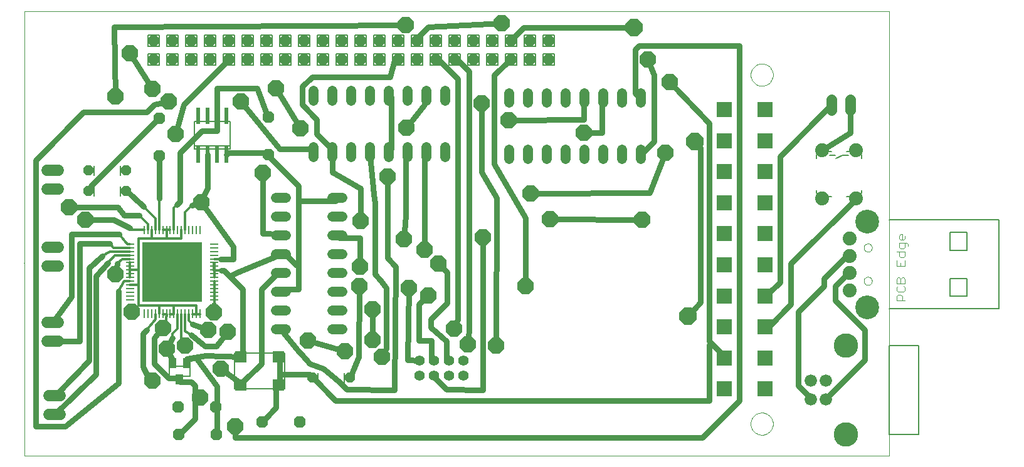
<source format=gtl>
G75*
G70*
%OFA0B0*%
%FSLAX24Y24*%
%IPPOS*%
%LPD*%
%AMOC8*
5,1,8,0,0,1.08239X$1,22.5*
%
%ADD10C,0.0000*%
%ADD11R,0.0000X0.0000*%
%ADD12C,0.0520*%
%ADD13R,0.0394X0.0098*%
%ADD14R,0.0098X0.0394*%
%ADD15R,0.0396X0.0067*%
%ADD16R,0.0067X0.0396*%
%ADD17R,0.0787X0.0787*%
%ADD18OC8,0.0630*%
%ADD19R,0.0827X0.0827*%
%ADD20OC8,0.0520*%
%ADD21C,0.0200*%
%ADD22C,0.0060*%
%ADD23R,0.0100X0.0200*%
%ADD24C,0.0600*%
%ADD25R,0.0200X0.0200*%
%ADD26R,0.0630X0.0591*%
%ADD27C,0.0080*%
%ADD28R,0.0394X0.0551*%
%ADD29R,0.0180X0.0230*%
%ADD30C,0.0560*%
%ADD31R,0.0240X0.0240*%
%ADD32OC8,0.0594*%
%ADD33R,0.0236X0.0866*%
%ADD34R,0.0193X0.0433*%
%ADD35C,0.0554*%
%ADD36R,0.0197X0.0197*%
%ADD37C,0.0660*%
%ADD38C,0.1300*%
%ADD39C,0.0740*%
%ADD40C,0.1266*%
%ADD41C,0.0040*%
%ADD42C,0.0118*%
%ADD43C,0.0295*%
%ADD44OC8,0.0866*%
%ADD45OC8,0.0906*%
D10*
X000101Y000282D02*
X000101Y023956D01*
X046071Y023956D01*
X046071Y000282D01*
X000101Y000282D01*
X038711Y001991D02*
X038713Y002039D01*
X038719Y002087D01*
X038729Y002134D01*
X038742Y002180D01*
X038760Y002225D01*
X038780Y002269D01*
X038805Y002311D01*
X038833Y002350D01*
X038863Y002387D01*
X038897Y002421D01*
X038934Y002453D01*
X038972Y002482D01*
X039013Y002507D01*
X039056Y002529D01*
X039101Y002547D01*
X039147Y002561D01*
X039194Y002572D01*
X039242Y002579D01*
X039290Y002582D01*
X039338Y002581D01*
X039386Y002576D01*
X039434Y002567D01*
X039480Y002555D01*
X039525Y002538D01*
X039569Y002518D01*
X039611Y002495D01*
X039651Y002468D01*
X039689Y002438D01*
X039724Y002405D01*
X039756Y002369D01*
X039786Y002331D01*
X039812Y002290D01*
X039834Y002247D01*
X039854Y002203D01*
X039869Y002158D01*
X039881Y002111D01*
X039889Y002063D01*
X039893Y002015D01*
X039893Y001967D01*
X039889Y001919D01*
X039881Y001871D01*
X039869Y001824D01*
X039854Y001779D01*
X039834Y001735D01*
X039812Y001692D01*
X039786Y001651D01*
X039756Y001613D01*
X039724Y001577D01*
X039689Y001544D01*
X039651Y001514D01*
X039611Y001487D01*
X039569Y001464D01*
X039525Y001444D01*
X039480Y001427D01*
X039434Y001415D01*
X039386Y001406D01*
X039338Y001401D01*
X039290Y001400D01*
X039242Y001403D01*
X039194Y001410D01*
X039147Y001421D01*
X039101Y001435D01*
X039056Y001453D01*
X039013Y001475D01*
X038972Y001500D01*
X038934Y001529D01*
X038897Y001561D01*
X038863Y001595D01*
X038833Y001632D01*
X038805Y001671D01*
X038780Y001713D01*
X038760Y001757D01*
X038742Y001802D01*
X038729Y001848D01*
X038719Y001895D01*
X038713Y001943D01*
X038711Y001991D01*
X044723Y009596D02*
X044725Y009625D01*
X044731Y009653D01*
X044740Y009681D01*
X044753Y009707D01*
X044770Y009730D01*
X044789Y009752D01*
X044811Y009771D01*
X044836Y009786D01*
X044862Y009799D01*
X044890Y009807D01*
X044918Y009812D01*
X044947Y009813D01*
X044976Y009810D01*
X045004Y009803D01*
X045031Y009793D01*
X045057Y009779D01*
X045080Y009762D01*
X045101Y009742D01*
X045119Y009719D01*
X045134Y009694D01*
X045145Y009667D01*
X045153Y009639D01*
X045157Y009610D01*
X045157Y009582D01*
X045153Y009553D01*
X045145Y009525D01*
X045134Y009498D01*
X045119Y009473D01*
X045101Y009450D01*
X045080Y009430D01*
X045057Y009413D01*
X045031Y009399D01*
X045004Y009389D01*
X044976Y009382D01*
X044947Y009379D01*
X044918Y009380D01*
X044890Y009385D01*
X044862Y009393D01*
X044836Y009406D01*
X044811Y009421D01*
X044789Y009440D01*
X044770Y009462D01*
X044753Y009485D01*
X044740Y009511D01*
X044731Y009539D01*
X044725Y009567D01*
X044723Y009596D01*
X044723Y011368D02*
X044725Y011397D01*
X044731Y011425D01*
X044740Y011453D01*
X044753Y011479D01*
X044770Y011502D01*
X044789Y011524D01*
X044811Y011543D01*
X044836Y011558D01*
X044862Y011571D01*
X044890Y011579D01*
X044918Y011584D01*
X044947Y011585D01*
X044976Y011582D01*
X045004Y011575D01*
X045031Y011565D01*
X045057Y011551D01*
X045080Y011534D01*
X045101Y011514D01*
X045119Y011491D01*
X045134Y011466D01*
X045145Y011439D01*
X045153Y011411D01*
X045157Y011382D01*
X045157Y011354D01*
X045153Y011325D01*
X045145Y011297D01*
X045134Y011270D01*
X045119Y011245D01*
X045101Y011222D01*
X045080Y011202D01*
X045057Y011185D01*
X045031Y011171D01*
X045004Y011161D01*
X044976Y011154D01*
X044947Y011151D01*
X044918Y011152D01*
X044890Y011157D01*
X044862Y011165D01*
X044836Y011178D01*
X044811Y011193D01*
X044789Y011212D01*
X044770Y011234D01*
X044753Y011257D01*
X044740Y011283D01*
X044731Y011311D01*
X044725Y011339D01*
X044723Y011368D01*
X038711Y020574D02*
X038713Y020622D01*
X038719Y020670D01*
X038729Y020717D01*
X038742Y020763D01*
X038760Y020808D01*
X038780Y020852D01*
X038805Y020894D01*
X038833Y020933D01*
X038863Y020970D01*
X038897Y021004D01*
X038934Y021036D01*
X038972Y021065D01*
X039013Y021090D01*
X039056Y021112D01*
X039101Y021130D01*
X039147Y021144D01*
X039194Y021155D01*
X039242Y021162D01*
X039290Y021165D01*
X039338Y021164D01*
X039386Y021159D01*
X039434Y021150D01*
X039480Y021138D01*
X039525Y021121D01*
X039569Y021101D01*
X039611Y021078D01*
X039651Y021051D01*
X039689Y021021D01*
X039724Y020988D01*
X039756Y020952D01*
X039786Y020914D01*
X039812Y020873D01*
X039834Y020830D01*
X039854Y020786D01*
X039869Y020741D01*
X039881Y020694D01*
X039889Y020646D01*
X039893Y020598D01*
X039893Y020550D01*
X039889Y020502D01*
X039881Y020454D01*
X039869Y020407D01*
X039854Y020362D01*
X039834Y020318D01*
X039812Y020275D01*
X039786Y020234D01*
X039756Y020196D01*
X039724Y020160D01*
X039689Y020127D01*
X039651Y020097D01*
X039611Y020070D01*
X039569Y020047D01*
X039525Y020027D01*
X039480Y020010D01*
X039434Y019998D01*
X039386Y019989D01*
X039338Y019984D01*
X039290Y019983D01*
X039242Y019986D01*
X039194Y019993D01*
X039147Y020004D01*
X039101Y020018D01*
X039056Y020036D01*
X039013Y020058D01*
X038972Y020083D01*
X038934Y020112D01*
X038897Y020144D01*
X038863Y020178D01*
X038833Y020215D01*
X038805Y020254D01*
X038780Y020296D01*
X038760Y020340D01*
X038742Y020385D01*
X038729Y020431D01*
X038719Y020478D01*
X038713Y020526D01*
X038711Y020574D01*
D11*
X000101Y010518D03*
D12*
X013471Y011015D02*
X013991Y011015D01*
X013991Y010015D02*
X013471Y010015D01*
X013471Y009015D02*
X013991Y009015D01*
X013991Y008015D02*
X013471Y008015D01*
X013471Y007015D02*
X013991Y007015D01*
X016471Y007015D02*
X016991Y007015D01*
X016991Y008015D02*
X016471Y008015D01*
X016471Y009015D02*
X016991Y009015D01*
X016991Y010015D02*
X016471Y010015D01*
X016471Y011015D02*
X016991Y011015D01*
X016991Y012015D02*
X016471Y012015D01*
X016471Y013015D02*
X016991Y013015D01*
X016991Y014015D02*
X016471Y014015D01*
X013991Y014015D02*
X013471Y014015D01*
X013471Y013015D02*
X013991Y013015D01*
X013991Y012015D02*
X013471Y012015D01*
X015470Y016203D02*
X015470Y016723D01*
X016470Y016723D02*
X016470Y016203D01*
X017470Y016203D02*
X017470Y016723D01*
X018470Y016723D02*
X018470Y016203D01*
X019470Y016203D02*
X019470Y016723D01*
X020470Y016723D02*
X020470Y016203D01*
X021470Y016203D02*
X021470Y016723D01*
X022470Y016723D02*
X022470Y016203D01*
X025855Y016075D02*
X025855Y016595D01*
X026855Y016595D02*
X026855Y016075D01*
X027855Y016075D02*
X027855Y016595D01*
X028855Y016595D02*
X028855Y016075D01*
X029855Y016075D02*
X029855Y016595D01*
X030855Y016595D02*
X030855Y016075D01*
X031855Y016075D02*
X031855Y016595D01*
X032855Y016595D02*
X032855Y016075D01*
X032855Y019075D02*
X032855Y019595D01*
X031855Y019595D02*
X031855Y019075D01*
X030855Y019075D02*
X030855Y019595D01*
X029855Y019595D02*
X029855Y019075D01*
X028855Y019075D02*
X028855Y019595D01*
X027855Y019595D02*
X027855Y019075D01*
X026855Y019075D02*
X026855Y019595D01*
X025855Y019595D02*
X025855Y019075D01*
X022470Y019203D02*
X022470Y019723D01*
X021470Y019723D02*
X021470Y019203D01*
X020470Y019203D02*
X020470Y019723D01*
X019470Y019723D02*
X019470Y019203D01*
X018470Y019203D02*
X018470Y019723D01*
X017470Y019723D02*
X017470Y019203D01*
X016470Y019203D02*
X016470Y019723D01*
X015470Y019723D02*
X015470Y019203D01*
D13*
X010195Y011559D03*
X010195Y011362D03*
X010195Y011165D03*
X010195Y010968D03*
X010195Y010771D03*
X010195Y010574D03*
X010195Y010377D03*
X010195Y010181D03*
X010195Y009984D03*
X010195Y009787D03*
X010195Y009590D03*
X010195Y009393D03*
X010195Y009196D03*
X010195Y009000D03*
X010195Y008803D03*
X010195Y008606D03*
X005707Y008606D03*
X005707Y008803D03*
X005707Y009000D03*
X005707Y009196D03*
X005707Y009393D03*
X005707Y009590D03*
X005707Y009787D03*
X005707Y009984D03*
X005707Y010181D03*
X005707Y010377D03*
X005707Y010574D03*
X005707Y010771D03*
X005707Y010968D03*
X005707Y011165D03*
X005707Y011362D03*
X005707Y011559D03*
D14*
X006474Y012326D03*
X006671Y012326D03*
X006868Y012326D03*
X007065Y012326D03*
X007262Y012326D03*
X007459Y012326D03*
X007656Y012326D03*
X007852Y012326D03*
X008049Y012326D03*
X008246Y012326D03*
X008443Y012326D03*
X008640Y012326D03*
X008837Y012326D03*
X009033Y012326D03*
X009230Y012326D03*
X009427Y012326D03*
X009427Y007838D03*
X009230Y007838D03*
X009033Y007838D03*
X008837Y007838D03*
X008640Y007838D03*
X008443Y007838D03*
X008246Y007838D03*
X008049Y007838D03*
X007852Y007838D03*
X007656Y007838D03*
X007459Y007838D03*
X007262Y007838D03*
X007065Y007838D03*
X006868Y007838D03*
X006671Y007838D03*
X006474Y007838D03*
D15*
X005747Y008606D03*
X005747Y008803D03*
X005747Y009000D03*
X005747Y009196D03*
X005747Y009393D03*
X005747Y009590D03*
X005747Y009787D03*
X005747Y009984D03*
X005747Y010181D03*
X005747Y010377D03*
X005747Y010574D03*
X005747Y010771D03*
X005747Y010968D03*
X005747Y011165D03*
X005747Y011362D03*
X005747Y011559D03*
X010155Y011559D03*
X010155Y011362D03*
X010155Y011165D03*
X010155Y010968D03*
X010155Y010771D03*
X010155Y010574D03*
X010155Y010377D03*
X010155Y010181D03*
X010155Y009984D03*
X010155Y009787D03*
X010155Y009590D03*
X010155Y009393D03*
X010155Y009196D03*
X010155Y009000D03*
X010155Y008803D03*
X010155Y008606D03*
D16*
X009427Y007878D03*
X009230Y007878D03*
X009033Y007878D03*
X008837Y007878D03*
X008640Y007878D03*
X008443Y007878D03*
X008246Y007878D03*
X008049Y007878D03*
X007852Y007878D03*
X007656Y007878D03*
X007459Y007878D03*
X007262Y007878D03*
X007065Y007878D03*
X006868Y007878D03*
X006671Y007878D03*
X006474Y007878D03*
X006474Y012286D03*
X006671Y012286D03*
X006868Y012286D03*
X007065Y012286D03*
X007262Y012286D03*
X007459Y012286D03*
X007656Y012286D03*
X007852Y012286D03*
X008049Y012286D03*
X008246Y012286D03*
X008443Y012286D03*
X008640Y012286D03*
X008837Y012286D03*
X009033Y012286D03*
X009230Y012286D03*
X009427Y012286D03*
D17*
X009132Y011263D03*
X008541Y011263D03*
X007951Y011263D03*
X007360Y011263D03*
X006770Y011263D03*
X006770Y010673D03*
X007360Y010673D03*
X007951Y010673D03*
X008541Y010673D03*
X009132Y010673D03*
X009132Y010082D03*
X008541Y010082D03*
X007951Y010082D03*
X007360Y010082D03*
X006770Y010082D03*
X006770Y009492D03*
X007360Y009492D03*
X007951Y009492D03*
X008541Y009492D03*
X009132Y009492D03*
X009132Y008901D03*
X008541Y008901D03*
X007951Y008901D03*
X007360Y008901D03*
X006770Y008901D03*
D18*
X008287Y002876D03*
X010287Y002876D03*
X012749Y002074D03*
X014749Y002074D03*
X010305Y001410D03*
X008305Y001410D03*
X007257Y016240D03*
X007257Y018240D03*
X013087Y018337D03*
X013087Y016337D03*
D19*
X037318Y017070D03*
X039483Y017070D03*
X039483Y015416D03*
X037318Y015416D03*
X037318Y013763D03*
X039483Y013763D03*
X039483Y012109D03*
X037318Y012109D03*
X037318Y010455D03*
X039483Y010455D03*
X039483Y008802D03*
X037318Y008802D03*
X037318Y007148D03*
X039483Y007148D03*
X039483Y005495D03*
X037318Y005495D03*
X037318Y003841D03*
X039483Y003841D03*
X039483Y018723D03*
X037318Y018723D03*
D20*
X017420Y004443D03*
X015420Y004443D03*
X005501Y014382D03*
X003501Y014382D03*
X003501Y015482D03*
X005501Y015482D03*
D21*
X005301Y015482D01*
X003701Y015482D02*
X003501Y015482D01*
X003501Y014382D02*
X003701Y014382D01*
X005301Y014382D02*
X005501Y014382D01*
X015420Y004443D02*
X015620Y004443D01*
X017220Y004443D02*
X017420Y004443D01*
D22*
X017120Y004193D02*
X017120Y004693D01*
X015720Y004693D02*
X015720Y004193D01*
X008914Y004537D02*
X007794Y004537D01*
X007794Y005057D01*
X008914Y005057D01*
X008914Y004537D01*
X005201Y014132D02*
X005201Y014632D01*
X003801Y014632D02*
X003801Y014132D01*
X003801Y015232D02*
X003801Y015732D01*
X005201Y015732D02*
X005201Y015232D01*
D23*
X005251Y015482D03*
X003751Y015482D03*
X003751Y014382D03*
X005251Y014382D03*
X015670Y004443D03*
X017170Y004443D03*
D24*
X002001Y003482D02*
X001401Y003482D01*
X001401Y002482D02*
X002001Y002482D01*
X001901Y006382D02*
X001301Y006382D01*
X001301Y007382D02*
X001901Y007382D01*
X001901Y010382D02*
X001301Y010382D01*
X001301Y011382D02*
X001901Y011382D01*
X001901Y014482D02*
X001301Y014482D01*
X001301Y015482D02*
X001901Y015482D01*
D25*
X001601Y015482D03*
X001601Y014482D03*
X001601Y011382D03*
X001601Y010382D03*
X001601Y007382D03*
X001601Y006382D03*
X001701Y003482D03*
X001701Y002482D03*
D26*
X011600Y004066D03*
X013608Y004066D03*
X013608Y005562D03*
X011600Y005562D03*
D27*
X011265Y005759D02*
X011265Y003869D01*
X013943Y003869D01*
X013943Y005759D01*
X011265Y005759D01*
X011035Y016607D02*
X009145Y016607D01*
X009145Y016803D01*
X011035Y016803D01*
X011035Y016607D01*
X011035Y016803D02*
X011035Y018103D01*
X009145Y018103D01*
X009145Y016803D01*
X009258Y021102D02*
X008667Y021102D01*
X008667Y021693D01*
X009258Y021693D01*
X009258Y021102D01*
X009667Y021102D02*
X009667Y021693D01*
X010258Y021693D01*
X010258Y021102D01*
X009667Y021102D01*
X010667Y021102D02*
X010667Y021693D01*
X011258Y021693D01*
X011258Y021102D01*
X010667Y021102D01*
X011667Y021102D02*
X011667Y021693D01*
X012258Y021693D01*
X012258Y021102D01*
X011667Y021102D01*
X012667Y021102D02*
X012667Y021693D01*
X013258Y021693D01*
X013258Y021102D01*
X012667Y021102D01*
X013667Y021102D02*
X013667Y021693D01*
X014258Y021693D01*
X014258Y021102D01*
X013667Y021102D01*
X014667Y021102D02*
X014667Y021693D01*
X015258Y021693D01*
X015258Y021102D01*
X014667Y021102D01*
X015667Y021102D02*
X015667Y021693D01*
X016258Y021693D01*
X016258Y021102D01*
X015667Y021102D01*
X016667Y021102D02*
X016667Y021693D01*
X017258Y021693D01*
X017258Y021102D01*
X016667Y021102D01*
X017667Y021102D02*
X017667Y021693D01*
X018258Y021693D01*
X018258Y021102D01*
X017667Y021102D01*
X018667Y021102D02*
X018667Y021693D01*
X019258Y021693D01*
X019258Y021102D01*
X018667Y021102D01*
X019667Y021102D02*
X019667Y021693D01*
X020258Y021693D01*
X020258Y021102D01*
X019667Y021102D01*
X020667Y021102D02*
X020667Y021693D01*
X021258Y021693D01*
X021258Y021102D01*
X020667Y021102D01*
X021667Y021102D02*
X021667Y021693D01*
X022258Y021693D01*
X022258Y021102D01*
X021667Y021102D01*
X022667Y021102D02*
X022667Y021693D01*
X023258Y021693D01*
X023258Y021102D01*
X022667Y021102D01*
X023667Y021102D02*
X023667Y021693D01*
X024258Y021693D01*
X024258Y021102D01*
X023667Y021102D01*
X024667Y021102D02*
X024667Y021693D01*
X025258Y021693D01*
X025258Y021102D01*
X024667Y021102D01*
X025667Y021102D02*
X025667Y021693D01*
X026258Y021693D01*
X026258Y021102D01*
X025667Y021102D01*
X026667Y021102D02*
X026667Y021693D01*
X027258Y021693D01*
X027258Y021102D01*
X026667Y021102D01*
X027667Y021102D02*
X027667Y021693D01*
X028258Y021693D01*
X028258Y021102D01*
X027667Y021102D01*
X027667Y022102D02*
X027667Y022693D01*
X028258Y022693D01*
X028258Y022102D01*
X027667Y022102D01*
X027258Y022102D02*
X027258Y022693D01*
X026667Y022693D01*
X026667Y022102D01*
X027258Y022102D01*
X026258Y022102D02*
X026258Y022693D01*
X025667Y022693D01*
X025667Y022102D01*
X026258Y022102D01*
X025258Y022102D02*
X025258Y022693D01*
X024667Y022693D01*
X024667Y022102D01*
X025258Y022102D01*
X024258Y022102D02*
X024258Y022693D01*
X023667Y022693D01*
X023667Y022102D01*
X024258Y022102D01*
X023258Y022102D02*
X023258Y022693D01*
X022667Y022693D01*
X022667Y022102D01*
X023258Y022102D01*
X022258Y022102D02*
X022258Y022693D01*
X021667Y022693D01*
X021667Y022102D01*
X022258Y022102D01*
X021258Y022102D02*
X021258Y022693D01*
X020667Y022693D01*
X020667Y022102D01*
X021258Y022102D01*
X020258Y022102D02*
X020258Y022693D01*
X019667Y022693D01*
X019667Y022102D01*
X020258Y022102D01*
X019258Y022102D02*
X019258Y022693D01*
X018667Y022693D01*
X018667Y022102D01*
X019258Y022102D01*
X018258Y022102D02*
X018258Y022693D01*
X017667Y022693D01*
X017667Y022102D01*
X018258Y022102D01*
X017258Y022102D02*
X017258Y022693D01*
X016667Y022693D01*
X016667Y022102D01*
X017258Y022102D01*
X016258Y022102D02*
X016258Y022693D01*
X015667Y022693D01*
X015667Y022102D01*
X016258Y022102D01*
X015258Y022102D02*
X015258Y022693D01*
X014667Y022693D01*
X014667Y022102D01*
X015258Y022102D01*
X014258Y022102D02*
X014258Y022693D01*
X013667Y022693D01*
X013667Y022102D01*
X014258Y022102D01*
X013258Y022102D02*
X013258Y022693D01*
X012667Y022693D01*
X012667Y022102D01*
X013258Y022102D01*
X012258Y022102D02*
X012258Y022693D01*
X011667Y022693D01*
X011667Y022102D01*
X012258Y022102D01*
X011258Y022102D02*
X011258Y022693D01*
X010667Y022693D01*
X010667Y022102D01*
X011258Y022102D01*
X010258Y022102D02*
X010258Y022693D01*
X009667Y022693D01*
X009667Y022102D01*
X010258Y022102D01*
X009258Y022102D02*
X009258Y022693D01*
X008667Y022693D01*
X008667Y022102D01*
X009258Y022102D01*
X008258Y022102D02*
X008258Y022693D01*
X007667Y022693D01*
X007667Y022102D01*
X008258Y022102D01*
X008258Y021693D02*
X007667Y021693D01*
X007667Y021102D01*
X008258Y021102D01*
X008258Y021693D01*
X007258Y021693D02*
X007258Y021102D01*
X006667Y021102D01*
X006667Y021693D01*
X007258Y021693D01*
X007258Y022102D02*
X006667Y022102D01*
X006667Y022693D01*
X007258Y022693D01*
X007258Y022102D01*
X042201Y016282D02*
X042201Y016132D01*
X042201Y016282D02*
X042401Y016482D01*
X043001Y016482D01*
X042901Y016282D02*
X043201Y016282D01*
X043251Y016132D02*
X043601Y016282D01*
X043901Y016282D01*
X043801Y016482D02*
X044401Y016482D01*
X044601Y016282D01*
X044601Y016132D01*
X044601Y014432D02*
X044601Y014282D01*
X044401Y014082D01*
X043801Y014082D01*
X043001Y014082D02*
X042401Y014082D01*
X042201Y014282D01*
X042201Y014432D01*
X046082Y012844D02*
X051909Y012844D01*
X051909Y008120D01*
X046082Y008120D01*
X049310Y008789D02*
X050216Y008789D01*
X050216Y009734D01*
X049310Y009734D01*
X049310Y008789D01*
X049310Y011230D02*
X050216Y011230D01*
X050216Y012175D01*
X049310Y012175D01*
X049310Y011230D01*
X047622Y006159D02*
X046087Y006159D01*
X046087Y001435D01*
X047622Y001435D01*
X047622Y006159D01*
D28*
X008728Y005230D03*
X007980Y005230D03*
X008354Y004364D03*
D29*
X008354Y004402D03*
X008724Y005192D03*
X007984Y005192D03*
D30*
X043001Y018702D02*
X043001Y019262D01*
X044001Y019262D02*
X044001Y018702D01*
D31*
X044001Y018982D03*
X043001Y018982D03*
D32*
X027965Y021400D03*
X026965Y021400D03*
X025965Y021400D03*
X024965Y021400D03*
X023965Y021400D03*
X022965Y021400D03*
X021965Y021400D03*
X020965Y021400D03*
X019965Y021400D03*
X018965Y021400D03*
X017965Y021400D03*
X016965Y021400D03*
X015965Y021400D03*
X014965Y021400D03*
X013965Y021400D03*
X012965Y021400D03*
X011965Y021400D03*
X010965Y021400D03*
X009965Y021400D03*
X008965Y021400D03*
X007965Y021400D03*
X006965Y021400D03*
X006965Y022400D03*
X007965Y022400D03*
X008965Y022400D03*
X009965Y022400D03*
X010965Y022400D03*
X011965Y022400D03*
X012965Y022400D03*
X013965Y022400D03*
X014965Y022400D03*
X015965Y022400D03*
X016965Y022400D03*
X017965Y022400D03*
X018965Y022400D03*
X019965Y022400D03*
X020965Y022400D03*
X021965Y022400D03*
X022965Y022400D03*
X023965Y022400D03*
X024965Y022400D03*
X025965Y022400D03*
X026965Y022400D03*
X027965Y022400D03*
D33*
X010840Y018378D03*
X010340Y018378D03*
X009840Y018378D03*
X009340Y018378D03*
X009340Y016331D03*
X009840Y016331D03*
X010340Y016331D03*
X010840Y016331D03*
D34*
X010840Y016351D03*
X010340Y016351D03*
X009840Y016351D03*
X009340Y016351D03*
X009340Y018359D03*
X009840Y018359D03*
X010340Y018359D03*
X010840Y018359D03*
D35*
X021092Y005360D03*
X021880Y005360D03*
X022667Y005360D03*
X023454Y005360D03*
X023454Y004573D03*
X022667Y004573D03*
X021880Y004573D03*
X021092Y004573D03*
D36*
X021092Y004573D03*
X021880Y004573D03*
X022667Y004573D03*
X023454Y004573D03*
X023454Y005360D03*
X022667Y005360D03*
X021880Y005360D03*
X021092Y005360D03*
D37*
X041921Y004289D03*
X042701Y004289D03*
X042701Y003305D03*
X041921Y003305D03*
D38*
X043771Y001427D03*
X043771Y006167D03*
D39*
X043956Y009104D03*
X043956Y010039D03*
X043956Y010926D03*
X043956Y011860D03*
X044291Y014002D03*
X042511Y014002D03*
X042511Y016562D03*
X044291Y016562D03*
D40*
X044901Y012766D03*
X044901Y008199D03*
D41*
X046456Y008551D02*
X046456Y008782D01*
X046533Y008858D01*
X046686Y008858D01*
X046763Y008782D01*
X046763Y008551D01*
X046916Y008551D02*
X046456Y008551D01*
X046533Y009012D02*
X046840Y009012D01*
X046916Y009088D01*
X046916Y009242D01*
X046840Y009319D01*
X046916Y009472D02*
X046456Y009472D01*
X046456Y009702D01*
X046533Y009779D01*
X046609Y009779D01*
X046686Y009702D01*
X046686Y009472D01*
X046533Y009319D02*
X046456Y009242D01*
X046456Y009088D01*
X046533Y009012D01*
X046916Y009472D02*
X046916Y009702D01*
X046840Y009779D01*
X046763Y009779D01*
X046686Y009702D01*
X046686Y010393D02*
X046686Y010546D01*
X046456Y010393D02*
X046916Y010393D01*
X046916Y010700D01*
X046840Y010853D02*
X046686Y010853D01*
X046609Y010930D01*
X046609Y011160D01*
X046456Y011160D02*
X046916Y011160D01*
X046916Y010930D01*
X046840Y010853D01*
X046456Y010700D02*
X046456Y010393D01*
X046686Y011314D02*
X046840Y011314D01*
X046916Y011390D01*
X046916Y011620D01*
X046993Y011620D02*
X046609Y011620D01*
X046609Y011390D01*
X046686Y011314D01*
X047070Y011467D02*
X047070Y011544D01*
X046993Y011620D01*
X046840Y011774D02*
X046916Y011851D01*
X046916Y012004D01*
X046763Y012081D02*
X046763Y011774D01*
X046840Y011774D02*
X046686Y011774D01*
X046609Y011851D01*
X046609Y012004D01*
X046686Y012081D01*
X046763Y012081D01*
D42*
X010573Y010164D02*
X010195Y010164D01*
X010180Y010164D01*
X010180Y010558D01*
X010195Y010558D01*
X010195Y010377D01*
X010195Y010164D01*
X010180Y010164D02*
X010195Y010149D01*
X010195Y009984D01*
X010195Y009787D01*
X010195Y009590D02*
X010195Y009393D01*
X010195Y009196D01*
X010195Y009000D01*
X010195Y008803D01*
X010195Y008606D01*
X010195Y008338D01*
X010180Y008314D01*
X009427Y007838D02*
X009235Y007838D01*
X009235Y008274D01*
X008054Y008274D01*
X008054Y007838D01*
X007852Y007838D01*
X008049Y007838D01*
X008049Y008274D01*
X007266Y008274D01*
X007266Y007841D01*
X007459Y007838D02*
X007656Y007838D01*
X007577Y007128D01*
X007384Y007054D01*
X007975Y006778D02*
X007975Y006542D01*
X007975Y006503D01*
X008014Y006463D01*
X008014Y006503D01*
X008054Y006503D01*
X007975Y006778D02*
X008246Y007050D01*
X008246Y007838D01*
X008443Y007838D02*
X008443Y006389D01*
X008723Y006030D01*
X008959Y006739D02*
X008644Y006936D01*
X008640Y006940D02*
X008640Y007838D01*
X008640Y007019D01*
X009038Y007290D02*
X008837Y007491D01*
X008837Y007838D01*
X008837Y007531D01*
X009033Y007838D02*
X009230Y007838D01*
X008054Y008274D02*
X008049Y008274D01*
X007266Y008274D02*
X006164Y008274D01*
X005807Y007962D01*
X006164Y008274D02*
X006164Y009393D01*
X006164Y010203D01*
X006164Y011857D01*
X006868Y011857D01*
X007660Y011857D01*
X008447Y011857D01*
X008447Y012329D01*
X008640Y012326D02*
X008640Y013270D01*
X008998Y013629D01*
X008211Y013668D02*
X008049Y013506D01*
X008049Y012326D01*
X007852Y012326D02*
X007656Y012326D01*
X007459Y012326D01*
X007262Y012326D02*
X007262Y013664D01*
X007266Y013983D01*
X006439Y013550D02*
X007065Y012924D01*
X007065Y012326D01*
X006868Y012326D02*
X006868Y011857D01*
X007660Y011857D02*
X007660Y012290D01*
X006671Y012326D02*
X006671Y012609D01*
X006203Y013077D01*
X006474Y012329D02*
X006474Y012326D01*
X005773Y012326D01*
X005691Y012408D01*
X005140Y012093D02*
X005557Y011559D01*
X005707Y011559D01*
X005707Y011362D02*
X004842Y011362D01*
X004842Y011368D01*
X004628Y011581D01*
X004842Y011362D01*
X004645Y011165D02*
X004235Y010912D01*
X004550Y010558D02*
X004920Y010968D01*
X005707Y010968D01*
X005707Y010771D02*
X005314Y010771D01*
X005298Y010755D02*
X005022Y010518D01*
X005707Y010574D02*
X005707Y010377D01*
X005707Y010181D01*
X005707Y009984D01*
X005707Y009787D01*
X005707Y009590D02*
X005393Y009590D01*
X005101Y009062D01*
X005707Y009393D02*
X006164Y009393D01*
X006164Y010203D02*
X005731Y010203D01*
X005707Y011165D02*
X004645Y011165D01*
X010195Y010771D02*
X010534Y010771D01*
X010195Y010377D02*
X010195Y010181D01*
X007065Y007838D02*
X007065Y007561D01*
X006597Y006975D01*
D43*
X006400Y006778D01*
X006400Y005007D01*
X006597Y004613D01*
X006912Y004298D01*
X007778Y004416D02*
X006991Y005203D01*
X006991Y006542D01*
X007384Y007054D01*
X007542Y007093D01*
X007542Y007133D01*
X007463Y007093D01*
X007975Y006542D02*
X007660Y005991D01*
X007975Y005400D01*
X007980Y005230D01*
X008728Y005230D02*
X008723Y005440D01*
X008743Y005459D02*
X009746Y005637D01*
X011557Y005558D01*
X011600Y005562D01*
X011715Y005597D01*
X011715Y009140D01*
X011026Y009829D01*
X011124Y009928D01*
X011518Y010085D01*
X013683Y010991D01*
X013731Y011015D01*
X013880Y011109D01*
X014569Y010420D01*
X014668Y010479D01*
X014668Y013865D01*
X014668Y014652D01*
X013093Y016227D01*
X013087Y016337D01*
X012896Y016424D01*
X010928Y016424D01*
X010840Y016331D01*
X009840Y016331D02*
X009840Y014509D01*
X009471Y013826D01*
X008998Y013629D01*
X009510Y013786D01*
X011203Y011424D01*
X011203Y010771D01*
X010534Y010771D01*
X010573Y010164D02*
X010691Y010164D01*
X011026Y009829D01*
X012699Y009140D02*
X013683Y010125D01*
X013731Y010015D01*
X014569Y010420D02*
X014668Y010400D01*
X014668Y009140D01*
X013880Y009140D01*
X013731Y009015D01*
X012699Y009140D02*
X012699Y005203D01*
X011715Y004219D01*
X011600Y004066D01*
X011518Y004219D01*
X010534Y004928D01*
X010337Y003983D02*
X009235Y005479D01*
X008762Y005440D01*
X008723Y006030D02*
X008644Y006148D01*
X008959Y006739D02*
X009707Y006109D01*
X010298Y006109D01*
X010888Y006896D01*
X009865Y006975D02*
X009786Y007014D01*
X009038Y007290D01*
X010180Y007920D02*
X010180Y008314D01*
X013731Y007015D02*
X013802Y006936D01*
X014668Y005873D01*
X014825Y005676D01*
X015258Y005203D01*
X016006Y004928D01*
X016833Y004219D01*
X017227Y003826D01*
X019786Y003786D01*
X019825Y010361D01*
X019392Y010833D01*
X019392Y015164D01*
X017975Y014534D02*
X016479Y015400D01*
X016479Y016385D01*
X016470Y016463D01*
X016439Y016621D01*
X015652Y017408D01*
X015652Y018196D01*
X014865Y018983D01*
X014865Y019967D01*
X015416Y020440D01*
X019550Y020440D01*
X019786Y021345D01*
X019965Y021400D01*
X021965Y021400D02*
X022148Y021345D01*
X023132Y020361D01*
X023132Y007566D01*
X022935Y007054D01*
X023723Y006975D02*
X023723Y020755D01*
X023132Y021345D01*
X022965Y021400D01*
X025061Y020558D02*
X025888Y021345D01*
X025965Y021400D01*
X025061Y020558D02*
X025061Y015833D01*
X026754Y012959D01*
X026754Y009337D01*
X022581Y010046D02*
X022581Y008432D01*
X021715Y007566D01*
X021715Y007133D01*
X022542Y006385D01*
X022542Y005400D01*
X022667Y005360D01*
X021880Y005360D02*
X021754Y005400D01*
X021754Y006424D01*
X021085Y006424D01*
X021085Y008353D01*
X021557Y008826D01*
X020534Y009219D02*
X020455Y005400D01*
X021092Y005360D01*
X021880Y004573D02*
X021951Y004416D01*
X022542Y003826D01*
X024471Y003786D01*
X024471Y011936D01*
X022581Y010046D02*
X022109Y010518D01*
X021361Y011266D02*
X021361Y016424D01*
X021470Y016463D01*
X020470Y016463D02*
X020376Y016424D01*
X020376Y013077D01*
X020258Y011818D01*
X017935Y011896D02*
X017935Y010361D01*
X018723Y009967D02*
X018723Y013707D01*
X018683Y014219D01*
X018487Y016266D01*
X018470Y016463D01*
X019470Y016463D02*
X019589Y016621D01*
X019589Y019377D01*
X019470Y019463D01*
X021361Y019377D02*
X021361Y018983D01*
X020416Y017763D01*
X021361Y019377D02*
X021470Y019463D01*
X024392Y019062D02*
X024392Y015400D01*
X025219Y014022D01*
X025180Y006148D01*
X023683Y006227D02*
X023723Y006975D01*
X019353Y005991D02*
X019117Y005558D01*
X019353Y005991D02*
X019353Y009219D01*
X019038Y009613D01*
X018723Y009967D01*
X017896Y009337D02*
X017857Y005558D01*
X017463Y004574D01*
X017420Y004443D01*
X016636Y003235D02*
X015455Y004416D01*
X015420Y004443D01*
X015258Y004613D01*
X013683Y004613D01*
X013683Y004219D01*
X013608Y004066D01*
X013487Y004022D01*
X013487Y002841D01*
X012896Y002251D01*
X012749Y002074D01*
X011321Y001857D02*
X011321Y001266D01*
X036124Y001266D01*
X038093Y003235D01*
X038093Y022133D01*
X032778Y022133D01*
X032581Y021936D01*
X032581Y019574D01*
X032778Y019377D01*
X032855Y019335D01*
X034392Y020203D02*
X036518Y017999D01*
X036518Y006385D01*
X036617Y006286D01*
X036518Y006188D01*
X036518Y003235D01*
X016636Y003235D01*
X013683Y004613D02*
X013683Y005400D01*
X013608Y005562D01*
X015180Y006424D02*
X016912Y005912D01*
X017148Y005873D01*
X018605Y006463D02*
X018605Y008077D01*
X017935Y011896D02*
X016833Y011896D01*
X016731Y012015D01*
X017975Y012802D02*
X017975Y014534D01*
X016731Y014015D02*
X016636Y013865D01*
X014668Y013865D01*
X012778Y015361D02*
X012778Y012133D01*
X013683Y012093D01*
X013731Y012015D01*
X009471Y013786D02*
X008998Y013629D01*
X008369Y013826D02*
X008211Y013668D01*
X008369Y013826D02*
X008369Y016424D01*
X009550Y017605D01*
X010337Y017605D01*
X010337Y018196D01*
X010340Y018378D01*
X010337Y018392D01*
X010337Y019849D01*
X012463Y019849D01*
X013014Y018432D01*
X013087Y018337D01*
X013487Y019849D02*
X014786Y017723D01*
X015455Y016621D02*
X013683Y016621D01*
X011597Y019140D01*
X010928Y021345D02*
X008565Y018983D01*
X008132Y017408D01*
X007257Y018240D02*
X007187Y018196D01*
X003644Y014652D01*
X003644Y014455D01*
X003501Y014382D01*
X002463Y013511D02*
X005061Y013511D01*
X005416Y013077D01*
X006203Y013077D01*
X006439Y013550D02*
X006361Y013629D01*
X005534Y014377D01*
X005501Y014382D01*
X007266Y013983D02*
X007266Y016227D01*
X007257Y016240D01*
X006597Y018589D02*
X003250Y018589D01*
X000691Y016030D01*
X000691Y001857D01*
X002266Y001857D01*
X005101Y004140D01*
X005101Y009062D01*
X003920Y009849D02*
X003920Y004622D01*
X001701Y002482D01*
X001701Y003482D02*
X001872Y003629D01*
X003526Y005361D01*
X003526Y010282D01*
X004235Y010912D01*
X004550Y010558D02*
X003920Y009849D01*
X004943Y009967D02*
X005022Y010518D01*
X004628Y011581D02*
X003054Y011581D01*
X003054Y006385D01*
X001601Y006385D01*
X001601Y006382D01*
X001601Y007382D02*
X002620Y008747D01*
X002620Y012093D01*
X005140Y012093D01*
X005691Y012408D02*
X004825Y012841D01*
X003329Y012841D01*
X005807Y007962D02*
X005809Y007959D01*
X007778Y004416D02*
X008172Y004416D01*
X008354Y004364D01*
X008369Y004219D01*
X008959Y004219D01*
X009156Y004022D01*
X009156Y003629D01*
X009431Y003392D01*
X009156Y003629D02*
X009156Y002251D01*
X008369Y001463D01*
X008305Y001410D01*
X010305Y001410D02*
X010337Y001463D01*
X010337Y002841D01*
X010287Y002876D01*
X010337Y003038D01*
X010337Y003983D01*
X028054Y012881D02*
X032935Y012841D01*
X033329Y014298D02*
X026991Y014259D01*
X032855Y016335D02*
X032975Y016424D01*
X033565Y017014D01*
X033565Y020558D01*
X033250Y021385D01*
X032502Y023077D02*
X026636Y023077D01*
X026085Y022526D01*
X025965Y022400D01*
X025455Y023314D02*
X021557Y023117D01*
X020967Y022526D01*
X020965Y022400D01*
X020376Y023235D02*
X004865Y023117D01*
X004943Y019416D01*
X006597Y018589D02*
X006991Y018983D01*
X007739Y019140D01*
X007778Y019140D01*
X006912Y019810D02*
X005691Y021739D01*
X010928Y021345D02*
X010965Y021400D01*
X015455Y016621D02*
X015470Y016463D01*
X025849Y018156D02*
X029825Y018196D01*
X029825Y019180D01*
X029855Y019335D01*
X030809Y019180D02*
X030855Y019335D01*
X030809Y019180D02*
X030809Y017487D01*
X029825Y017487D01*
X034156Y016424D02*
X033329Y014298D01*
X036046Y016700D02*
X036046Y008471D01*
X035376Y007723D01*
X036617Y006286D02*
X037306Y005597D01*
X037318Y005495D01*
X039483Y007148D02*
X039668Y007172D01*
X040849Y008353D01*
X040849Y010518D01*
X044195Y013865D01*
X044291Y014002D01*
X040258Y016227D02*
X040258Y009534D01*
X039668Y008944D01*
X039483Y008802D01*
X041243Y007959D02*
X042620Y009337D01*
X042620Y009731D01*
X043802Y010912D01*
X043956Y010926D01*
X043956Y010039D02*
X043802Y009928D01*
X043211Y009337D01*
X043211Y008550D01*
X044786Y006975D01*
X044786Y005400D01*
X042817Y003432D01*
X042701Y003305D01*
X041921Y003305D02*
X041833Y003432D01*
X041243Y004022D01*
X041243Y007959D01*
X040258Y016227D02*
X042817Y018786D01*
X043001Y018982D01*
X044001Y018982D02*
X043998Y018865D01*
X043998Y017487D01*
X042511Y016562D01*
X036046Y016700D02*
X035731Y017014D01*
D44*
X034156Y016424D03*
X029825Y017487D03*
X025849Y018156D03*
X024392Y019062D03*
X020416Y017763D03*
X019392Y015164D03*
X017975Y012802D03*
X020258Y011818D03*
X021361Y011266D03*
X022109Y010518D03*
X020534Y009219D03*
X021557Y008826D03*
X018605Y008077D03*
X017896Y009337D03*
X017935Y010361D03*
X024471Y011936D03*
X028054Y012881D03*
X026991Y014259D03*
X032935Y012841D03*
X026754Y009337D03*
X022935Y007054D03*
X023683Y006227D03*
X025180Y006148D03*
X019117Y005558D03*
X018605Y006463D03*
X017148Y005873D03*
X015180Y006424D03*
X010888Y006896D03*
X009865Y006975D03*
X008644Y006148D03*
X007660Y005991D03*
X007463Y007093D03*
X005809Y007959D03*
X004943Y009967D03*
X010180Y007920D03*
X010534Y004928D03*
X009431Y003392D03*
X006912Y004298D03*
X011321Y001857D03*
X003329Y012841D03*
X002463Y013511D03*
X009510Y013786D03*
X012778Y015361D03*
X008132Y017408D03*
X007778Y019140D03*
X006912Y019810D03*
X004943Y019416D03*
X005691Y021739D03*
X011597Y019140D03*
X013487Y019849D03*
X014786Y017723D03*
X020376Y023235D03*
X025455Y023314D03*
X033250Y021385D03*
X034392Y020203D03*
D45*
X032502Y023077D03*
X035731Y017014D03*
X035376Y007723D03*
M02*

</source>
